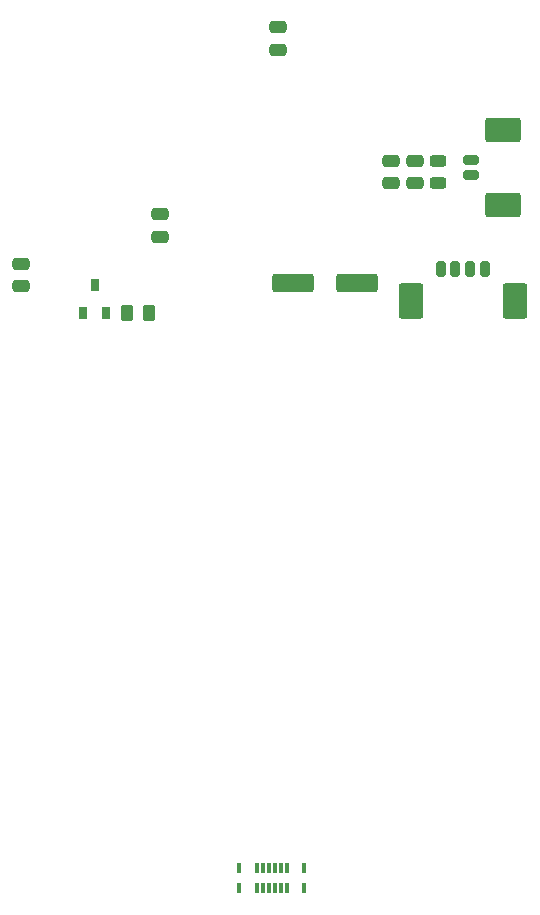
<source format=gbr>
%TF.GenerationSoftware,KiCad,Pcbnew,6.0.2+dfsg-1*%
%TF.CreationDate,2022-11-26T14:15:53-05:00*%
%TF.ProjectId,vindick,76696e64-6963-46b2-9e6b-696361645f70,rev?*%
%TF.SameCoordinates,Original*%
%TF.FileFunction,Paste,Top*%
%TF.FilePolarity,Positive*%
%FSLAX46Y46*%
G04 Gerber Fmt 4.6, Leading zero omitted, Abs format (unit mm)*
G04 Created by KiCad (PCBNEW 6.0.2+dfsg-1) date 2022-11-26 14:15:53*
%MOMM*%
%LPD*%
G01*
G04 APERTURE LIST*
G04 Aperture macros list*
%AMRoundRect*
0 Rectangle with rounded corners*
0 $1 Rounding radius*
0 $2 $3 $4 $5 $6 $7 $8 $9 X,Y pos of 4 corners*
0 Add a 4 corners polygon primitive as box body*
4,1,4,$2,$3,$4,$5,$6,$7,$8,$9,$2,$3,0*
0 Add four circle primitives for the rounded corners*
1,1,$1+$1,$2,$3*
1,1,$1+$1,$4,$5*
1,1,$1+$1,$6,$7*
1,1,$1+$1,$8,$9*
0 Add four rect primitives between the rounded corners*
20,1,$1+$1,$2,$3,$4,$5,0*
20,1,$1+$1,$4,$5,$6,$7,0*
20,1,$1+$1,$6,$7,$8,$9,0*
20,1,$1+$1,$8,$9,$2,$3,0*%
G04 Aperture macros list end*
%ADD10RoundRect,0.250000X0.475000X-0.250000X0.475000X0.250000X-0.475000X0.250000X-0.475000X-0.250000X0*%
%ADD11RoundRect,0.250000X1.500000X0.550000X-1.500000X0.550000X-1.500000X-0.550000X1.500000X-0.550000X0*%
%ADD12RoundRect,0.243750X0.456250X-0.243750X0.456250X0.243750X-0.456250X0.243750X-0.456250X-0.243750X0*%
%ADD13RoundRect,0.249999X-0.262501X-0.450001X0.262501X-0.450001X0.262501X0.450001X-0.262501X0.450001X0*%
%ADD14RoundRect,0.250000X-0.475000X0.250000X-0.475000X-0.250000X0.475000X-0.250000X0.475000X0.250000X0*%
%ADD15R,0.300000X0.870000*%
%ADD16RoundRect,0.200000X0.450000X-0.200000X0.450000X0.200000X-0.450000X0.200000X-0.450000X-0.200000X0*%
%ADD17RoundRect,0.250000X1.250000X-0.800000X1.250000X0.800000X-1.250000X0.800000X-1.250000X-0.800000X0*%
%ADD18RoundRect,0.200000X-0.200000X-0.450000X0.200000X-0.450000X0.200000X0.450000X-0.200000X0.450000X0*%
%ADD19RoundRect,0.250000X-0.800000X-1.250000X0.800000X-1.250000X0.800000X1.250000X-0.800000X1.250000X0*%
%ADD20R,0.700000X1.000000*%
G04 APERTURE END LIST*
D10*
%TO.C,C7*%
X72000000Y-71000000D03*
X72000000Y-69100000D03*
%TD*%
D11*
%TO.C,C8*%
X67100000Y-79400000D03*
X61700000Y-79400000D03*
%TD*%
D12*
%TO.C,D1*%
X74000000Y-71000000D03*
X74000000Y-69125000D03*
%TD*%
D13*
%TO.C,R1*%
X47675000Y-82000000D03*
X49500000Y-82000000D03*
%TD*%
D14*
%TO.C,C6*%
X70000000Y-69100000D03*
X70000000Y-71000000D03*
%TD*%
D10*
%TO.C,C9*%
X60400000Y-59700000D03*
X60400000Y-57800000D03*
%TD*%
D14*
%TO.C,C1*%
X38700000Y-77800000D03*
X38700000Y-79700000D03*
%TD*%
D10*
%TO.C,C4*%
X50400000Y-75500000D03*
X50400000Y-73600000D03*
%TD*%
D15*
%TO.C,J1*%
X57150000Y-128935000D03*
X58650000Y-128935000D03*
X59150000Y-128935000D03*
X59650000Y-128935000D03*
X60150000Y-128935000D03*
X60650000Y-128935000D03*
X61150000Y-128935000D03*
X62650000Y-128935000D03*
X62650000Y-130665000D03*
X61150000Y-130665000D03*
X60650000Y-130665000D03*
X60150000Y-130665000D03*
X59650000Y-130665000D03*
X59150000Y-130665000D03*
X58650000Y-130665000D03*
X57150000Y-130665000D03*
%TD*%
D16*
%TO.C,FAN1*%
X76750000Y-70300000D03*
X76750000Y-69050000D03*
D17*
X79500000Y-66500000D03*
X79500000Y-72850000D03*
%TD*%
D18*
%TO.C,J5*%
X74200000Y-78250000D03*
X75450000Y-78250000D03*
X76700000Y-78250000D03*
X77950000Y-78250000D03*
D19*
X71650000Y-81000000D03*
X80500000Y-81000000D03*
%TD*%
D20*
%TO.C,Q1*%
X43950000Y-82000000D03*
X45850000Y-82000000D03*
X44900000Y-79600000D03*
%TD*%
M02*

</source>
